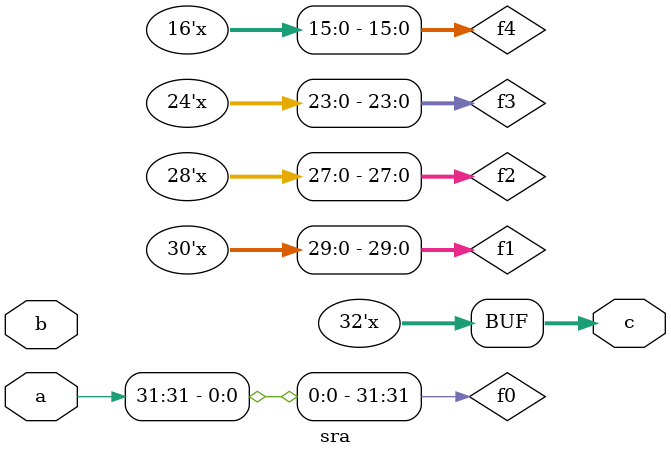
<source format=v>
module alu(
	input	wire	[6:0]	opcode,
	input	wire	[31:0]	a,
	input	wire	[31:0]	b,
	output	reg		[31:0]	c
	
);
    wire [31:0] sra_op;
    sra sra(a,b,sra_op);
	always@(opcode or a or b or sra_op) begin
		case(opcode)
			1:c <= (a + b);//add
			2:c <= (a - b);//sub
			3:c <= (a << b[4:0]);//sll
			4:c <= (a >> b[4:0]);//srl
			5:c <= sra_op;//sra
			6:c <= (a & b);//and
			7:c <= (a | b);//or
			8:c <= (a ^ b);//xor
			9:c <= (a==b);//BEQ be equal
			10:c <= (a!=b);//BNE be not equal
			11:c <= (a < b);//SLTU
			12:c <= ({a[31]^1'b1,a[30:0]} < {b[31]^1'b1,b[30:0]});//SLT
			//default:;
		endcase
	end
endmodule
module sra(
	input [31:0] a,
	input [31:0] b,
	output reg [31:0] c
);
	reg [31:0] f0,f1,f2,f3,f4;
	always@(a or b or f0 or f1 or f2 or f3 or f4)
		begin
			if (b[0]) begin
				f0[30:0] <= a[31:1];
				f0[31:31] <= a[31:31];
			end else begin
				f0[31:0] <= a[31:0];
			end
			if (b[1]) begin
				f1[29:0] <= f0[31:2];
				f1[31:30] <= {2{a[31]}};
			end else begin
				f1[31:0] <= f0[31:0];
			end
			if (b[2]) begin
				f2[27:0] <= f1[31:4];
				f2[31:28] <= {4{a[31]}};
			end else begin
				f2[31:0] <= f1[31:0];
			end
			if (b[3]) begin
				f3[23:0] <= f2[31:8];
				f3[31:24] <= {8{a[31]}};
			end else begin
				f3[31:0] <= f2[31:0];
			end
			if (b[4]) begin
				f4[15:0] <= f3[31:16];
				f4[31:16] <= {16{a[31]}};
			end else begin
				f4[31:0] <= f3[31:0];
			end
			c <= f4;	
		end
endmodule
/*
module sra(
	input [31:0] a,
	input [31:0] b,
	output reg [31:0] c
);
	reg [31:0] f0,f1,f2,f3,f4;
	always@(a or b)
		begin
			if (|(b[31:5])) begin
				c[31:0] = {32{a[31]}};
			end else begin
				if (b[0]) begin
					f0[30:0] = a[31:1];
					f0[31:31] = a[31:31];
				end else begin
					f0[31:0] = a[31:0];
				end
				if (b[1]) begin
					f1[29:0] = f0[31:2];
					f1[31:30] = {2{a[31]}};
				end else begin
					f1[31:0] = f0[31:0];
				end
				if (b[2]) begin
					f2[27:0] = f1[31:4];
					f2[31:28] = {4{a[31]}};
				end else begin
					f2[31:0] = f1[31:0];
				end
				if (b[3]) begin
					f3[23:0] = f2[31:8];
					f3[31:24] = {8{a[31]}};
				end else begin
					f3[31:0] = f2[31:0];
				end
				if (b[4]) begin
					f4[15:0] = f3[31:16];
					f4[31:16] = {16{a[31]}};
				end else begin
					f4[31:0] = f3[31:0];
				end
				c = f4;
			end
		end
endmodule*/
</source>
